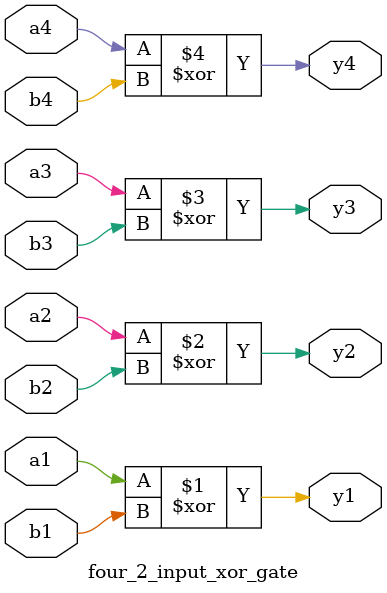
<source format=v>
`timescale 1ns / 1ps

module four_2_input_xor_gate #(parameter DELAY = 10)(
    input wire a1,b1,a2,b2,a3,b3,a4,b4,
    output wire y1,y2,y3,y4
    );
 
    xor #DELAY (y1,a1,b1);
    xor #DELAY (y2,a2,b2);
    xor #DELAY (y3,a3,b3);
    xor #DELAY (y4,a4,b4);   
    
endmodule

</source>
